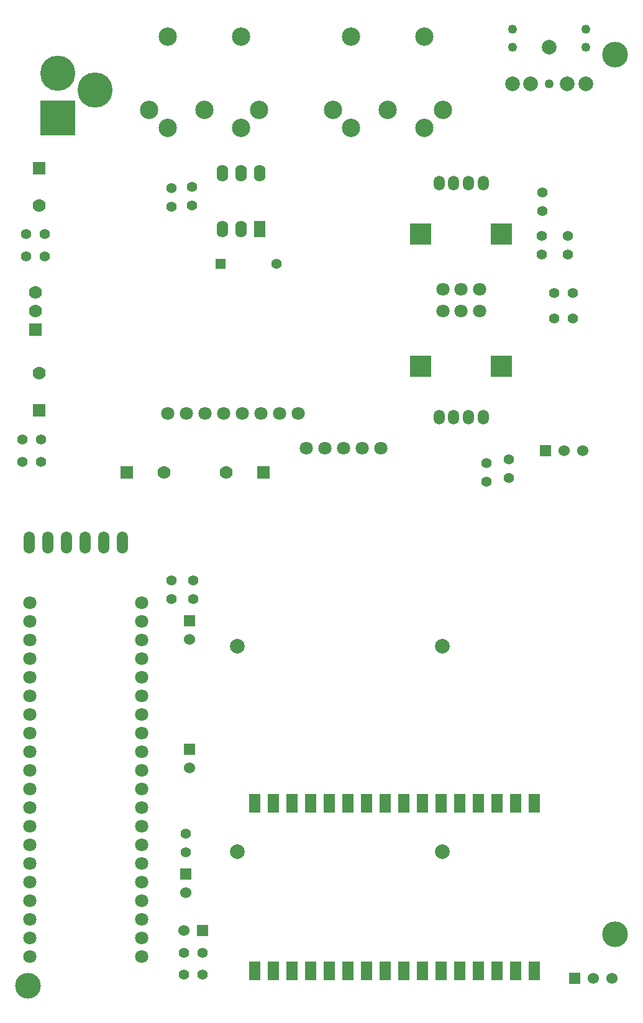
<source format=gts>
G04 (created by PCBNEW (2013-07-07 BZR 4022)-stable) date 25/05/2015 14:38:35*
%MOIN*%
G04 Gerber Fmt 3.4, Leading zero omitted, Abs format*
%FSLAX34Y34*%
G01*
G70*
G90*
G04 APERTURE LIST*
%ADD10C,0.00590551*%
%ADD11C,0.07*%
%ADD12R,0.07X0.07*%
%ADD13R,0.0590551X0.1*%
%ADD14O,0.0590551X0.0787402*%
%ADD15C,0.0708661*%
%ADD16R,0.11811X0.11811*%
%ADD17C,0.055*%
%ADD18R,0.06X0.06*%
%ADD19C,0.06*%
%ADD20R,0.062X0.09*%
%ADD21O,0.062X0.09*%
%ADD22R,0.055X0.055*%
%ADD23C,0.0984252*%
%ADD24C,0.189*%
%ADD25R,0.189X0.189*%
%ADD26C,0.0787402*%
%ADD27C,0.0492126*%
%ADD28O,0.0593X0.1187*%
%ADD29C,0.137795*%
G04 APERTURE END LIST*
G54D10*
G54D11*
X107086Y-48212D03*
X107086Y-49212D03*
G54D12*
X107086Y-50212D03*
G54D13*
X133858Y-84645D03*
X132858Y-84645D03*
X131858Y-84645D03*
X130858Y-84645D03*
X129858Y-84645D03*
X128858Y-84645D03*
X127858Y-84645D03*
X126858Y-84645D03*
X125858Y-84645D03*
X124858Y-84645D03*
X123858Y-84645D03*
X122858Y-84645D03*
X121858Y-84645D03*
X120858Y-84645D03*
X119858Y-84645D03*
X118858Y-84645D03*
X118858Y-75645D03*
X119858Y-75645D03*
X120858Y-75645D03*
X121858Y-75645D03*
X122858Y-75645D03*
X123858Y-75645D03*
X124858Y-75645D03*
X125858Y-75645D03*
X126858Y-75645D03*
X127858Y-75645D03*
X128858Y-75645D03*
X129858Y-75645D03*
X130858Y-75645D03*
X131858Y-75645D03*
X132858Y-75645D03*
X133858Y-75645D03*
G54D14*
X129526Y-54909D03*
X130313Y-54909D03*
X131101Y-54909D03*
X128738Y-54909D03*
G54D15*
X129920Y-49201D03*
X130904Y-49201D03*
X128935Y-49201D03*
G54D16*
X132085Y-52153D03*
X127754Y-52153D03*
G54D14*
X130314Y-42322D03*
X129527Y-42322D03*
X128740Y-42322D03*
X131102Y-42322D03*
G54D15*
X129921Y-48031D03*
X128937Y-48031D03*
X130905Y-48031D03*
G54D16*
X127755Y-45078D03*
X132086Y-45078D03*
G54D17*
X132479Y-58179D03*
X132479Y-57179D03*
X131294Y-57370D03*
X131294Y-58370D03*
X134294Y-43829D03*
X134294Y-42829D03*
X134251Y-46169D03*
X134251Y-45169D03*
X114370Y-42610D03*
X114370Y-43610D03*
X135659Y-46179D03*
X135659Y-45179D03*
X115485Y-43520D03*
X115485Y-42520D03*
X135909Y-49609D03*
X134909Y-49609D03*
X135909Y-48225D03*
X134909Y-48225D03*
G54D18*
X134433Y-56692D03*
G54D19*
X135433Y-56692D03*
X136433Y-56692D03*
G54D18*
X136007Y-85039D03*
G54D19*
X137007Y-85039D03*
X138007Y-85039D03*
G54D18*
X116051Y-82480D03*
G54D19*
X115051Y-82480D03*
G54D18*
X115354Y-65838D03*
G54D19*
X115354Y-66838D03*
G54D18*
X115354Y-72728D03*
G54D19*
X115354Y-73728D03*
G54D20*
X119110Y-44807D03*
G54D21*
X118110Y-44807D03*
X117110Y-44807D03*
X117110Y-41807D03*
X118110Y-41807D03*
X119110Y-41807D03*
G54D22*
X117003Y-46653D03*
G54D17*
X120003Y-46653D03*
G54D12*
X107283Y-41519D03*
G54D11*
X107283Y-43519D03*
G54D12*
X107283Y-54543D03*
G54D11*
X107283Y-52543D03*
G54D12*
X119307Y-57874D03*
G54D11*
X117307Y-57874D03*
G54D12*
X111992Y-57874D03*
G54D11*
X113992Y-57874D03*
G54D17*
X114370Y-63673D03*
X114370Y-64673D03*
X115551Y-63673D03*
X115551Y-64673D03*
X115051Y-84842D03*
X116051Y-84842D03*
X115051Y-83661D03*
X116051Y-83661D03*
X106389Y-56102D03*
X107389Y-56102D03*
X106389Y-57283D03*
X107389Y-57283D03*
X106586Y-46259D03*
X107586Y-46259D03*
X106586Y-45078D03*
X107586Y-45078D03*
G54D15*
X112795Y-83858D03*
X112795Y-82858D03*
X112795Y-81858D03*
X112795Y-80858D03*
X112795Y-79858D03*
X112795Y-78858D03*
X112795Y-77858D03*
X112795Y-76858D03*
X112795Y-75858D03*
X112795Y-74858D03*
X112795Y-73858D03*
X112795Y-72858D03*
X112795Y-71858D03*
X112795Y-70858D03*
X112795Y-69858D03*
X112795Y-68858D03*
X112795Y-67858D03*
X112795Y-66858D03*
X112795Y-65858D03*
X112795Y-64858D03*
X106795Y-64858D03*
X106795Y-65858D03*
X106795Y-66858D03*
X106795Y-67858D03*
X106795Y-68858D03*
X106795Y-69858D03*
X106795Y-70858D03*
X106795Y-71858D03*
X106795Y-72858D03*
X106795Y-73858D03*
X106795Y-74858D03*
X106795Y-75858D03*
X106795Y-76858D03*
X106795Y-77858D03*
X106795Y-78858D03*
X106795Y-79858D03*
X106795Y-80858D03*
X106795Y-81858D03*
X106795Y-82858D03*
X106795Y-83858D03*
X114173Y-54692D03*
X115173Y-54692D03*
X116173Y-54692D03*
X117173Y-54692D03*
X118173Y-54692D03*
X119173Y-54692D03*
X120173Y-54692D03*
X121173Y-54692D03*
G54D23*
X116141Y-38385D03*
X119094Y-38385D03*
X113188Y-38385D03*
X114173Y-34448D03*
X118110Y-34448D03*
X114173Y-39370D03*
X118110Y-39370D03*
X125984Y-38385D03*
X128937Y-38385D03*
X123031Y-38385D03*
X124015Y-34448D03*
X127952Y-34448D03*
X124015Y-39370D03*
X127952Y-39370D03*
G54D24*
X108267Y-36417D03*
G54D25*
X108267Y-38817D03*
G54D24*
X110267Y-37317D03*
G54D26*
X133661Y-37007D03*
X135629Y-37007D03*
X132677Y-37007D03*
X136614Y-37007D03*
X134645Y-35039D03*
G54D27*
X132677Y-35039D03*
X136614Y-35039D03*
X132677Y-34055D03*
X136614Y-34055D03*
X134645Y-37007D03*
G54D28*
X106751Y-61614D03*
X107751Y-61614D03*
X108751Y-61614D03*
X109751Y-61614D03*
X110751Y-61614D03*
X111751Y-61614D03*
G54D18*
X115157Y-79421D03*
G54D19*
X115157Y-80421D03*
G54D17*
X115157Y-78255D03*
X115157Y-77255D03*
G54D15*
X121598Y-56570D03*
X122598Y-56570D03*
X123598Y-56570D03*
X124598Y-56570D03*
X125598Y-56570D03*
G54D26*
X117898Y-67200D03*
X128921Y-67200D03*
X128921Y-78223D03*
X117898Y-78223D03*
G54D29*
X138188Y-35433D03*
X138188Y-82677D03*
X106692Y-85433D03*
M02*

</source>
